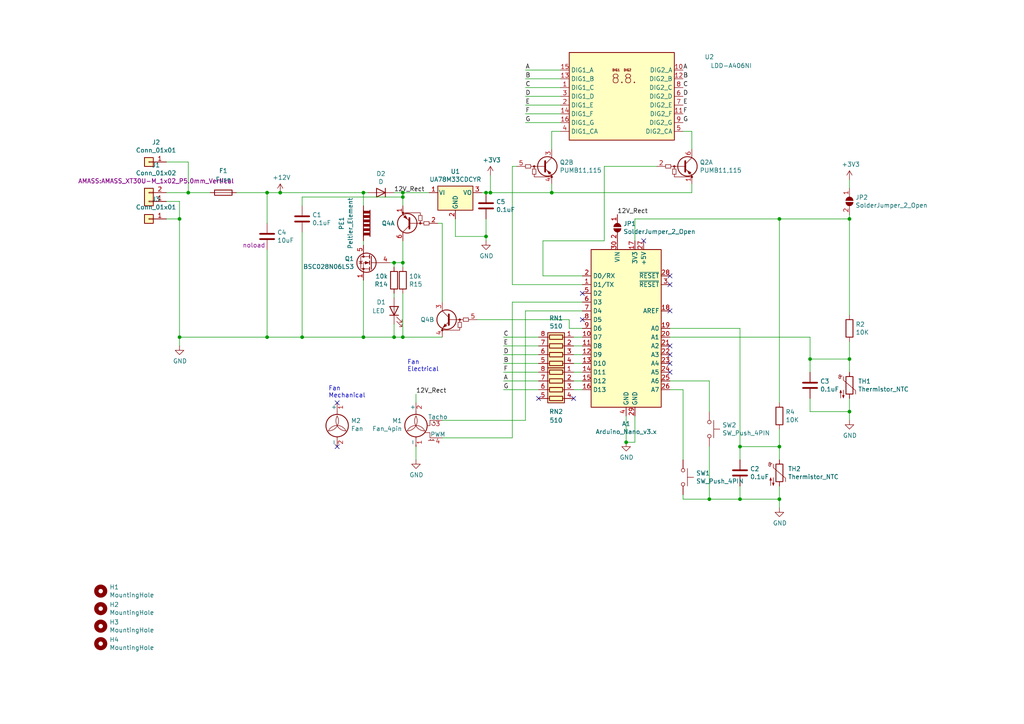
<source format=kicad_sch>
(kicad_sch (version 20211123) (generator eeschema)
  (paper "A4")
  (title_block (title "Hot Box") (date "2020-12-14") (rev "2") (company "Bench Wise "))
  (lib_symbols
    (symbol "1Evan:SW_Push_4PIN" (pin_numbers hide) (pin_names (offset 1.016) hide)
      (property "Reference" "SW" (at 1.27 2.54 0))
      (property "Value" "1Evan_SW_Push_4PIN" (at 0 -3.81 0))
      (symbol "SW_Push_4PIN_0_1"
        (circle (center -2.032 0) (radius 0.508))
        (polyline (pts (xy 0 1.27) (xy 0 3.048)))
        (polyline (pts (xy 2.54 1.27) (xy -2.54 1.27)))
        (circle (center 2.032 0) (radius 0.508))
        (pin passive line (at -5.08 0 0) (length 2.54) (name "1") (number "1"))
        (pin passive line (at 5.08 0 180) (length 2.54) (name "2") (number "2"))
      )
    )
    (symbol "Connector_Generic:Conn_01x01" (pin_names (offset 1.016) hide)
      (property "Reference" "J" (at 0 2.54 0))
      (property "Value" "Conn_01x01" (at 0 -2.54 0))
      (symbol "Conn_01x01_1_1"
        (rectangle (start -1.27 0.127) (end 0 -0.127) (stroke (width 0.1524)))
        (rectangle (start -1.27 1.27) (end 1.27 -1.27) (stroke (width 0.254)) (fill (type background)))
        (pin passive line (at -5.08 0 0) (length 3.81) (name "Pin_1") (number "1"))
      )
    )
    (symbol "Connector_Generic:Conn_01x02" (pin_names (offset 1.016) hide)
      (property "Reference" "J" (at 0 2.54 0))
      (property "Value" "Conn_01x02" (at 0 -5.08 0))
      (symbol "Conn_01x02_1_1"
        (rectangle (start -1.27 -2.413) (end 0 -2.667) (stroke (width 0.1524)))
        (rectangle (start -1.27 0.127) (end 0 -0.127) (stroke (width 0.1524)))
        (rectangle (start -1.27 1.27) (end 1.27 -3.81) (stroke (width 0.254)) (fill (type background)))
        (pin passive line (at -5.08 0 0) (length 3.81) (name "Pin_1") (number "1"))
        (pin passive line (at -5.08 -2.54 0) (length 3.81) (name "Pin_2") (number "2"))
      )
    )
    (symbol "Device:C" (pin_numbers hide) (pin_names (offset 0.254))
      (property "Reference" "C" (at 0.635 2.54 0))
      (property "Value" "C" (at 0.635 -2.54 0))
      (symbol "C_0_1"
        (polyline (pts (xy -2.032 -0.762) (xy 2.032 -0.762)) (stroke (width 0.508)))
        (polyline (pts (xy -2.032 0.762) (xy 2.032 0.762)) (stroke (width 0.508)))
      )
      (symbol "C_1_1"
        (pin passive line (at 0 3.81 270) (length 2.794) (name "~") (number "1"))
        (pin passive line (at 0 -3.81 90) (length 2.794) (name "~") (number "2"))
      )
    )
    (symbol "Device:D" (pin_numbers hide) (pin_names (offset 1.016) hide)
      (property "Reference" "D" (at 0 2.54 0))
      (property "Value" "D" (at 0 -2.54 0))
      (symbol "D_0_1"
        (polyline (pts (xy -1.27 1.27) (xy -1.27 -1.27)) (stroke (width 0.254)))
        (polyline (pts (xy 1.27 0) (xy -1.27 0)))
        (polyline (pts (xy 1.27 1.27) (xy 1.27 -1.27) (xy -1.27 0) (xy 1.27 1.27)) (stroke (width 0.254)))
      )
      (symbol "D_1_1"
        (pin passive line (at -3.81 0 0) (length 2.54) (name "K") (number "1"))
        (pin passive line (at 3.81 0 180) (length 2.54) (name "A") (number "2"))
      )
    )
    (symbol "Device:Fuse" (pin_numbers hide) (pin_names (offset 0))
      (property "Reference" "F" (at 2.032 0 90))
      (property "Value" "Fuse" (at -1.905 0 90))
      (symbol "Fuse_0_1"
        (rectangle (start -0.762 -2.54) (end 0.762 2.54) (stroke (width 0.254)))
        (polyline (pts (xy 0 2.54) (xy 0 -2.54)))
      )
      (symbol "Fuse_1_1"
        (pin passive line (at 0 3.81 270) (length 1.27) (name "~") (number "1"))
        (pin passive line (at 0 -3.81 90) (length 1.27) (name "~") (number "2"))
      )
    )
    (symbol "Device:LED" (pin_numbers hide) (pin_names (offset 1.016) hide)
      (property "Reference" "D" (at 0 2.54 0))
      (property "Value" "LED" (at 0 -2.54 0))
      (symbol "LED_0_1"
        (polyline (pts (xy -1.27 -1.27) (xy -1.27 1.27)) (stroke (width 0.254)))
        (polyline (pts (xy -1.27 0) (xy 1.27 0)))
        (polyline (pts (xy 1.27 -1.27) (xy 1.27 1.27) (xy -1.27 0) (xy 1.27 -1.27)) (stroke (width 0.254)))
        (polyline (pts (xy -3.048 -0.762) (xy -4.572 -2.286) (xy -3.81 -2.286) (xy -4.572 -2.286) (xy -4.572 -1.524)))
        (polyline (pts (xy -1.778 -0.762) (xy -3.302 -2.286) (xy -2.54 -2.286) (xy -3.302 -2.286) (xy -3.302 -1.524)))
      )
      (symbol "LED_1_1"
        (pin passive line (at -3.81 0 0) (length 2.54) (name "K") (number "1"))
        (pin passive line (at 3.81 0 180) (length 2.54) (name "A") (number "2"))
      )
    )
    (symbol "Device:Peltier_Element" (pin_numbers hide) (pin_names (offset 0))
      (property "Reference" "PE" (at 0 3.175 0))
      (property "Value" "Device_Peltier_Element" (at 0 -1.27 0))
      (symbol "Peltier_Element_0_1"
        (rectangle (start -3.556 1.905) (end -2.921 0) (fill (type outline)))
        (rectangle (start -2.286 1.905) (end -1.651 0) (fill (type outline)))
        (rectangle (start -0.381 1.905) (end -1.016 0) (fill (type outline)))
        (polyline (pts (xy -3.81 0) (xy 3.81 0)) (stroke (width 0.254)) (fill (type outline)))
        (polyline (pts (xy -3.81 1.905) (xy 3.81 1.905)) (stroke (width 0.254)))
        (rectangle (start 0.889 1.905) (end 0.254 0) (fill (type outline)))
        (rectangle (start 1.524 0) (end 2.159 1.905) (fill (type outline)))
        (rectangle (start 2.794 0) (end 3.429 1.905) (fill (type outline)))
      )
      (symbol "Peltier_Element_1_1"
        (pin passive line (at -5.08 0 0) (length 1.27) (name "~") (number "1"))
        (pin passive line (at 5.08 0 180) (length 1.27) (name "~") (number "2"))
      )
    )
    (symbol "Device:Q_DUAL_PNP_NPN_BRT_E1B1C2E2B2C1" (pin_names hide)
      (property "Reference" "Q" (at 3.81 1.27 0))
      (property "Value" "Device_Q_DUAL_PNP_NPN_BRT_E1B1C2E2B2C1" (at 3.81 -1.27 0))
      (symbol "Q_DUAL_PNP_NPN_BRT_E1B1C2E2B2C1_0_1"
        (rectangle (start -6.35 0.508) (end -4.826 -0.508))
        (rectangle (start -4.318 -2.286) (end -3.302 -0.762))
        (circle (center -3.81 0) (radius 0.254) (fill (type outline)))
        (polyline (pts (xy -3.81 -0.762) (xy -3.81 0)))
        (polyline (pts (xy -0.762 0) (xy -4.826 0)))
        (polyline (pts (xy -0.635 1.524) (xy -0.635 -1.524)) (stroke (width 0.508)))
        (polyline (pts (xy -3.81 -2.286) (xy -3.81 -3.048) (xy 1.27 -3.048)))
        (circle (center 1.27 -3.048) (radius 0.254) (fill (type outline)))
      )
      (symbol "Q_DUAL_PNP_NPN_BRT_E1B1C2E2B2C1_1_1"
        (polyline (pts (xy -0.635 0.635) (xy 1.27 2.54)))
        (polyline (pts (xy -0.635 -0.635) (xy 1.27 -2.54) (xy 1.27 -2.54)))
        (polyline (pts (xy 1.016 -1.778) (xy 0.508 -2.286) (xy 0 -1.27) (xy 1.016 -1.778) (xy 1.016 -1.778)) (fill (type outline)))
        (circle (center 0 0) (radius 2.8194) (stroke (width 0.254)))
        (pin passive line (at 1.27 -5.08 90) (length 2.54) (name "E1") (number "1"))
        (pin input line (at -8.89 0 0) (length 2.54) (name "B1") (number "2"))
        (pin passive line (at 1.27 5.08 270) (length 2.54) (name "C1") (number "6"))
      )
      (symbol "Q_DUAL_PNP_NPN_BRT_E1B1C2E2B2C1_2_1"
        (polyline (pts (xy -0.635 0.635) (xy 1.27 2.54)))
        (polyline (pts (xy -0.635 -0.635) (xy 1.27 -2.54) (xy 1.27 -2.54)))
        (polyline (pts (xy 0 -1.778) (xy 0.508 -1.27) (xy 1.016 -2.286) (xy 0 -1.778) (xy 0 -1.778)) (fill (type outline)))
        (circle (center 0 0) (radius 2.8194) (stroke (width 0.254)))
        (pin passive line (at 1.27 5.08 270) (length 2.54) (name "C1") (number "3"))
        (pin passive line (at 1.27 -5.08 90) (length 2.54) (name "E1") (number "4"))
        (pin input line (at -8.89 0 0) (length 2.54) (name "B1") (number "5"))
      )
    )
    (symbol "Device:Q_DUAL_PNP_PNP_BRT_E1B1C2E2B2C1" (pin_names hide)
      (property "Reference" "Q" (at 3.81 1.27 0))
      (property "Value" "Device_Q_DUAL_PNP_PNP_BRT_E1B1C2E2B2C1" (at 3.81 -1.27 0))
      (symbol "Q_DUAL_PNP_PNP_BRT_E1B1C2E2B2C1_0_1"
        (rectangle (start -6.35 0.508) (end -4.826 -0.508))
        (rectangle (start -4.318 -2.286) (end -3.302 -0.762))
        (circle (center -3.81 0) (radius 0.254) (fill (type outline)))
        (polyline (pts (xy -3.81 -0.762) (xy -3.81 0)))
        (polyline (pts (xy -0.762 0) (xy -4.826 0)))
        (polyline (pts (xy -0.635 1.524) (xy -0.635 -1.524)) (stroke (width 0.508)))
        (polyline (pts (xy -3.81 -2.286) (xy -3.81 -3.048) (xy 1.27 -3.048)))
        (polyline (pts (xy 1.016 -1.778) (xy 0.508 -2.286) (xy 0 -1.27) (xy 1.016 -1.778) (xy 1.016 -1.778)) (fill (type outline)))
        (circle (center 1.27 -3.048) (radius 0.254) (fill (type outline)))
      )
      (symbol "Q_DUAL_PNP_PNP_BRT_E1B1C2E2B2C1_1_1"
        (polyline (pts (xy -0.635 0.635) (xy 1.27 2.54)))
        (polyline (pts (xy -0.635 -0.635) (xy 1.27 -2.54) (xy 1.27 -2.54)))
        (circle (center 0 0) (radius 2.8194) (stroke (width 0.254)))
        (pin passive line (at 1.27 -5.08 90) (length 2.54) (name "E1") (number "1"))
        (pin input line (at -8.89 0 0) (length 2.54) (name "B1") (number "2"))
        (pin passive line (at 1.27 5.08 270) (length 2.54) (name "C1") (number "6"))
      )
      (symbol "Q_DUAL_PNP_PNP_BRT_E1B1C2E2B2C1_2_1"
        (polyline (pts (xy -0.635 0.635) (xy 1.27 2.54)))
        (polyline (pts (xy -0.635 -0.635) (xy 1.27 -2.54) (xy 1.27 -2.54)))
        (circle (center 0 0) (radius 2.8194) (stroke (width 0.254)))
        (pin passive line (at 1.27 5.08 270) (length 2.54) (name "C2") (number "3"))
        (pin passive line (at 1.27 -5.08 90) (length 2.54) (name "E2") (number "4"))
        (pin input line (at -8.89 0 0) (length 2.54) (name "B2") (number "5"))
      )
    )
    (symbol "Device:R" (pin_numbers hide) (pin_names (offset 0))
      (property "Reference" "R" (at 2.032 0 90))
      (property "Value" "R" (at 0 0 90))
      (symbol "R_0_1"
        (rectangle (start -1.016 -2.54) (end 1.016 2.54) (stroke (width 0.254)))
      )
      (symbol "R_1_1"
        (pin passive line (at 0 3.81 270) (length 1.27) (name "~") (number "1"))
        (pin passive line (at 0 -3.81 90) (length 1.27) (name "~") (number "2"))
      )
    )
    (symbol "Device:R_Pack04" (pin_names (offset 0) hide)
      (property "Reference" "RN" (at -7.62 0 90))
      (property "Value" "R_Pack04" (at 5.08 0 90))
      (symbol "R_Pack04_0_1"
        (rectangle (start -6.35 -2.413) (end 3.81 2.413) (stroke (width 0.254)) (fill (type background)))
        (rectangle (start -5.715 1.905) (end -4.445 -1.905) (stroke (width 0.254)))
        (rectangle (start -3.175 1.905) (end -1.905 -1.905) (stroke (width 0.254)))
        (rectangle (start -0.635 1.905) (end 0.635 -1.905) (stroke (width 0.254)))
        (polyline (pts (xy -5.08 -2.54) (xy -5.08 -1.905)))
        (polyline (pts (xy -5.08 1.905) (xy -5.08 2.54)))
        (polyline (pts (xy -2.54 -2.54) (xy -2.54 -1.905)))
        (polyline (pts (xy -2.54 1.905) (xy -2.54 2.54)))
        (polyline (pts (xy 0 -2.54) (xy 0 -1.905)))
        (polyline (pts (xy 0 1.905) (xy 0 2.54)))
        (polyline (pts (xy 2.54 -2.54) (xy 2.54 -1.905)))
        (polyline (pts (xy 2.54 1.905) (xy 2.54 2.54)))
        (rectangle (start 1.905 1.905) (end 3.175 -1.905) (stroke (width 0.254)))
      )
      (symbol "R_Pack04_1_1"
        (pin passive line (at -5.08 -5.08 90) (length 2.54) (name "R1.1") (number "1"))
        (pin passive line (at -2.54 -5.08 90) (length 2.54) (name "R2.1") (number "2"))
        (pin passive line (at 0 -5.08 90) (length 2.54) (name "R3.1") (number "3"))
        (pin passive line (at 2.54 -5.08 90) (length 2.54) (name "R4.1") (number "4"))
        (pin passive line (at 2.54 5.08 270) (length 2.54) (name "R4.2") (number "5"))
        (pin passive line (at 0 5.08 270) (length 2.54) (name "R3.2") (number "6"))
        (pin passive line (at -2.54 5.08 270) (length 2.54) (name "R2.2") (number "7"))
        (pin passive line (at -5.08 5.08 270) (length 2.54) (name "R1.2") (number "8"))
      )
    )
    (symbol "Device:Thermistor_NTC" (pin_numbers hide) (pin_names (offset 0))
      (property "Reference" "TH" (at -4.445 0 90))
      (property "Value" "Thermistor_NTC" (at 3.175 0 90))
      (symbol "Thermistor_NTC_0_1"
        (arc (start -3.048 2.159) (mid -3.0505 2.3165) (end -3.175 2.413))
        (arc (start -3.048 2.159) (mid -2.9736 1.9794) (end -2.794 1.905))
        (arc (start -3.048 2.794) (mid -2.9736 2.6144) (end -2.794 2.54))
        (arc (start -2.794 1.905) (mid -2.6144 1.9794) (end -2.54 2.159))
        (arc (start -2.794 2.54) (mid -2.434 2.5608) (end -2.159 2.794))
        (arc (start -2.794 3.048) (mid -2.9736 2.9736) (end -3.048 2.794))
        (arc (start -2.54 2.794) (mid -2.6144 2.9736) (end -2.794 3.048))
        (rectangle (start -1.016 2.54) (end 1.016 -2.54) (stroke (width 0.254)))
        (polyline (pts (xy -2.54 2.159) (xy -2.54 2.794)))
        (polyline (pts (xy -1.778 2.54) (xy -1.778 1.524) (xy 1.778 -1.524) (xy 1.778 -2.54)))
        (polyline (pts (xy -2.54 -3.683) (xy -2.54 -1.397) (xy -2.794 -2.159) (xy -2.286 -2.159) (xy -2.54 -1.397) (xy -2.54 -1.651)) (fill (type outline)))
        (polyline (pts (xy -1.778 -1.397) (xy -1.778 -3.683) (xy -2.032 -2.921) (xy -1.524 -2.921) (xy -1.778 -3.683) (xy -1.778 -3.429)) (fill (type outline)))
      )
      (symbol "Thermistor_NTC_1_1"
        (pin passive line (at 0 3.81 270) (length 1.27) (name "~") (number "1"))
        (pin passive line (at 0 -3.81 90) (length 1.27) (name "~") (number "2"))
      )
    )
    (symbol "Display_Character:DA04-11CGKWA"
      (property "Reference" "U" (at -13.97 13.97 0))
      (property "Value" "DA04-11CGKWA" (at 15.24 13.97 0))
      (symbol "DA04-11CGKWA_0_0"
        (text "8.8." (at 0.635 5.08 0) (effects (font (size 2.54 2.54))))
        (text "DIG1" (at -1.651 7.62 0) (effects (font (size 0.635 0.635))))
        (text "DIG2" (at 1.651 7.62 0) (effects (font (size 0.635 0.635))))
      )
      (symbol "DA04-11CGKWA_0_1"
        (rectangle (start -15.24 12.7) (end 15.24 -12.7) (stroke (width 0.254)) (fill (type background)))
      )
      (symbol "DA04-11CGKWA_1_1"
        (pin input line (at -17.78 2.54 0) (length 2.54) (name "DIG1_C") (number "1"))
        (pin input line (at 17.78 7.62 180) (length 2.54) (name "DIG2_A") (number "10"))
        (pin input line (at 17.78 -5.08 180) (length 2.54) (name "DIG2_F") (number "11"))
        (pin input line (at 17.78 5.08 180) (length 2.54) (name "DIG2_B") (number "12"))
        (pin input line (at -17.78 5.08 0) (length 2.54) (name "DIG1_B") (number "13"))
        (pin input line (at -17.78 -5.08 0) (length 2.54) (name "DIG1_F") (number "14"))
        (pin input line (at -17.78 7.62 0) (length 2.54) (name "DIG1_A") (number "15"))
        (pin input line (at -17.78 -7.62 0) (length 2.54) (name "DIG1_G") (number "16"))
        (pin input line (at -17.78 -2.54 0) (length 2.54) (name "DIG1_E") (number "2"))
        (pin input line (at -17.78 0 0) (length 2.54) (name "DIG1_D") (number "3"))
        (pin input line (at -17.78 -10.16 0) (length 2.54) (name "DIG1_CA") (number "4"))
        (pin input line (at 17.78 -10.16 180) (length 2.54) (name "DIG2_CA") (number "5"))
        (pin input line (at 17.78 0 180) (length 2.54) (name "DIG2_D") (number "6"))
        (pin input line (at 17.78 -2.54 180) (length 2.54) (name "DIG2_E") (number "7"))
        (pin input line (at 17.78 2.54 180) (length 2.54) (name "DIG2_C") (number "8"))
        (pin input line (at 17.78 -7.62 180) (length 2.54) (name "DIG2_G") (number "9"))
      )
    )
    (symbol "Jumper:SolderJumper_2_Open" (pin_names (offset 0) hide)
      (property "Reference" "JP" (at 0 2.032 0))
      (property "Value" "SolderJumper_2_Open" (at 0 -2.54 0))
      (symbol "SolderJumper_2_Open_0_1"
        (arc (start -0.254 1.016) (mid -1.27 0) (end -0.254 -1.016))
        (arc (start -0.254 1.016) (mid -1.27 0) (end -0.254 -1.016) (fill (type outline)))
        (polyline (pts (xy -0.254 1.016) (xy -0.254 -1.016)))
        (polyline (pts (xy 0.254 1.016) (xy 0.254 -1.016)))
        (arc (start 0.254 -1.016) (mid 1.27 0) (end 0.254 1.016))
        (arc (start 0.254 -1.016) (mid 1.27 0) (end 0.254 1.016) (fill (type outline)))
      )
      (symbol "SolderJumper_2_Open_1_1"
        (pin passive line (at -3.81 0 0) (length 2.54) (name "A") (number "1"))
        (pin passive line (at 3.81 0 180) (length 2.54) (name "B") (number "2"))
      )
    )
    (symbol "MCU_Module:Arduino_Nano_v3.x"
      (property "Reference" "A" (at -10.16 23.495 0))
      (property "Value" "Arduino_Nano_v3.x" (at 5.08 -24.13 0))
      (symbol "Arduino_Nano_v3.x_0_1"
        (rectangle (start -10.16 22.86) (end 10.16 -22.86) (stroke (width 0.254)) (fill (type background)))
      )
      (symbol "Arduino_Nano_v3.x_1_1"
        (pin bidirectional line (at -12.7 12.7 0) (length 2.54) (name "D1/TX") (number "1"))
        (pin bidirectional line (at -12.7 -2.54 0) (length 2.54) (name "D7") (number "10"))
        (pin bidirectional line (at -12.7 -5.08 0) (length 2.54) (name "D8") (number "11"))
        (pin bidirectional line (at -12.7 -7.62 0) (length 2.54) (name "D9") (number "12"))
        (pin bidirectional line (at -12.7 -10.16 0) (length 2.54) (name "D10") (number "13"))
        (pin bidirectional line (at -12.7 -12.7 0) (length 2.54) (name "D11") (number "14"))
        (pin bidirectional line (at -12.7 -15.24 0) (length 2.54) (name "D12") (number "15"))
        (pin bidirectional line (at -12.7 -17.78 0) (length 2.54) (name "D13") (number "16"))
        (pin power_out line (at 2.54 25.4 270) (length 2.54) (name "3V3") (number "17"))
        (pin input line (at 12.7 5.08 180) (length 2.54) (name "AREF") (number "18"))
        (pin bidirectional line (at 12.7 0 180) (length 2.54) (name "A0") (number "19"))
        (pin bidirectional line (at -12.7 15.24 0) (length 2.54) (name "D0/RX") (number "2"))
        (pin bidirectional line (at 12.7 -2.54 180) (length 2.54) (name "A1") (number "20"))
        (pin bidirectional line (at 12.7 -5.08 180) (length 2.54) (name "A2") (number "21"))
        (pin bidirectional line (at 12.7 -7.62 180) (length 2.54) (name "A3") (number "22"))
        (pin bidirectional line (at 12.7 -10.16 180) (length 2.54) (name "A4") (number "23"))
        (pin bidirectional line (at 12.7 -12.7 180) (length 2.54) (name "A5") (number "24"))
        (pin bidirectional line (at 12.7 -15.24 180) (length 2.54) (name "A6") (number "25"))
        (pin bidirectional line (at 12.7 -17.78 180) (length 2.54) (name "A7") (number "26"))
        (pin power_out line (at 5.08 25.4 270) (length 2.54) (name "+5V") (number "27"))
        (pin input line (at 12.7 15.24 180) (length 2.54) (name "~{RESET}") (number "28"))
        (pin power_in line (at 2.54 -25.4 90) (length 2.54) (name "GND") (number "29"))
        (pin input line (at 12.7 12.7 180) (length 2.54) (name "~{RESET}") (number "3"))
        (pin power_in line (at -2.54 25.4 270) (length 2.54) (name "VIN") (number "30"))
        (pin power_in line (at 0 -25.4 90) (length 2.54) (name "GND") (number "4"))
        (pin bidirectional line (at -12.7 10.16 0) (length 2.54) (name "D2") (number "5"))
        (pin bidirectional line (at -12.7 7.62 0) (length 2.54) (name "D3") (number "6"))
        (pin bidirectional line (at -12.7 5.08 0) (length 2.54) (name "D4") (number "7"))
        (pin bidirectional line (at -12.7 2.54 0) (length 2.54) (name "D5") (number "8"))
        (pin bidirectional line (at -12.7 0 0) (length 2.54) (name "D6") (number "9"))
      )
    )
    (symbol "Mechanical:MountingHole" (pin_names (offset 1.016))
      (property "Reference" "H" (at 0 5.08 0))
      (property "Value" "MountingHole" (at 0 3.175 0))
      (symbol "MountingHole_0_1"
        (circle (center 0 0) (radius 1.27) (stroke (width 1.27)))
      )
    )
    (symbol "Motor:Fan" (pin_names (offset 0))
      (property "Reference" "M" (at 2.54 5.08 0))
      (property "Value" "Fan" (at 2.54 -2.54 0))
      (symbol "Fan_0_1"
        (arc (start -2.54 -0.508) (mid -0.0014 0.9048) (end 0 3.81))
        (polyline (pts (xy 0 -5.08) (xy 0 -4.572)))
        (polyline (pts (xy 0 -2.2352) (xy 0 -2.6416)))
        (polyline (pts (xy 0 4.2672) (xy 0 4.6228)))
        (polyline (pts (xy 0 4.572) (xy 0 5.08)))
        (circle (center 0 1.016) (radius 3.2512) (stroke (width 0.254)))
        (arc (start 0 3.81) (mid 0.0468 0.9314) (end 2.54 -0.508))
        (arc (start 2.54 -0.508) (mid 0 1.0618) (end -2.54 -0.508))
      )
      (symbol "Fan_1_1"
        (pin passive line (at 0 7.62 270) (length 2.54) (name "+") (number "1"))
        (pin passive line (at 0 -5.08 90) (length 2.54) (name "-") (number "2"))
      )
    )
    (symbol "Motor:Fan_4pin" (pin_names (offset 0))
      (property "Reference" "M" (at 2.54 5.08 0))
      (property "Value" "Fan_4pin" (at 2.54 -2.54 0))
      (symbol "Fan_4pin_0_0"
        (arc (start -5.588 1.524) (mid -5.08 1.016) (end -4.572 1.524))
        (arc (start -5.08 2.032) (mid -5.4392 1.8832) (end -5.588 1.524))
        (polyline (pts (xy -5.08 2.032) (xy -5.334 2.159)))
        (polyline (pts (xy -5.08 2.032) (xy -5.207 1.778)))
        (polyline (pts (xy -4.064 2.54) (xy -4.064 1.016) (xy -3.302 1.016)))
      )
      (symbol "Fan_4pin_0_1"
        (arc (start -2.54 -0.508) (mid -0.0014 0.9048) (end 0 3.81))
        (polyline (pts (xy -4.064 2.54) (xy -5.08 2.54)))
        (polyline (pts (xy 0 -5.08) (xy 0 -4.572)))
        (polyline (pts (xy 0 -2.2352) (xy 0 -2.6416)))
        (polyline (pts (xy 0 4.2672) (xy 0 4.6228)))
        (polyline (pts (xy 0 4.572) (xy 0 5.08)))
        (polyline (pts (xy -2.54 -1.016) (xy -4.064 -1.016) (xy -4.064 -2.54) (xy -5.08 -2.54)))
        (polyline (pts (xy -5.334 -3.302) (xy -5.08 -3.302) (xy -5.08 -3.048) (xy -4.826 -3.048) (xy -4.826 -3.302) (xy -4.318 -3.302) (xy -4.318 -3.048) (xy -4.064 -3.048) (xy -4.064 -3.302) (xy -3.556 -3.302)))
        (circle (center 0 1.016) (radius 3.2512) (stroke (width 0.254)))
        (arc (start 0 3.81) (mid 0.0468 0.9314) (end 2.54 -0.508))
        (arc (start 2.54 -0.508) (mid 0 1.0618) (end -2.54 -0.508))
      )
      (symbol "Fan_4pin_1_1"
        (pin passive line (at 0 -5.08 90) (length 2.54) (name "-") (number "1"))
        (pin passive line (at 0 7.62 270) (length 2.54) (name "+") (number "2"))
        (pin passive line (at -7.62 2.54 0) (length 2.54) (name "Tacho") (number "3"))
        (pin input line (at -7.62 -2.54 0) (length 2.54) (name "PWM") (number "4"))
      )
    )
    (symbol "Regulator_Linear:LT1129-3.3_SOT223" (pin_names (offset 0.254))
      (property "Reference" "U" (at -3.81 3.175 0))
      (property "Value" "LT1129-3.3_SOT223" (at 0 3.175 0))
      (symbol "LT1129-3.3_SOT223_0_1"
        (rectangle (start -5.08 -5.08) (end 5.08 1.905) (stroke (width 0.254)) (fill (type background)))
      )
      (symbol "LT1129-3.3_SOT223_1_1"
        (pin power_in line (at -7.62 0 0) (length 2.54) (name "VI") (number "1"))
        (pin power_in line (at 0 -7.62 90) (length 2.54) (name "GND") (number "2"))
        (pin power_out line (at 7.62 0 180) (length 2.54) (name "VO") (number "3"))
      )
    )
    (symbol "Transistor_FET:BSC028N06LS3" (pin_names hide)
      (property "Reference" "Q" (at 5.08 1.905 0))
      (property "Value" "BSC028N06LS3" (at 5.08 0 0))
      (symbol "BSC028N06LS3_0_1"
        (polyline (pts (xy 0.254 0) (xy -2.54 0)))
        (polyline (pts (xy 0.254 1.905) (xy 0.254 -1.905)) (stroke (width 0.254)))
        (polyline (pts (xy 0.762 -1.27) (xy 0.762 -2.286)) (stroke (width 0.254)))
        (polyline (pts (xy 0.762 0.508) (xy 0.762 -0.508)) (stroke (width 0.254)))
        (polyline (pts (xy 0.762 2.286) (xy 0.762 1.27)) (stroke (width 0.254)))
        (polyline (pts (xy 2.54 2.54) (xy 2.54 1.778)))
        (polyline (pts (xy 2.54 -2.54) (xy 2.54 0) (xy 0.762 0)))
        (polyline (pts (xy 0.762 -1.778) (xy 3.302 -1.778) (xy 3.302 1.778) (xy 0.762 1.778)))
        (polyline (pts (xy 1.016 0) (xy 2.032 0.381) (xy 2.032 -0.381) (xy 1.016 0)) (fill (type outline)))
        (polyline (pts (xy 2.794 0.508) (xy 2.921 0.381) (xy 3.683 0.381) (xy 3.81 0.254)))
        (polyline (pts (xy 3.302 0.381) (xy 2.921 -0.254) (xy 3.683 -0.254) (xy 3.302 0.381)))
        (circle (center 1.651 0) (radius 2.794) (stroke (width 0.254)))
        (circle (center 2.54 -1.778) (radius 0.254) (fill (type outline)))
        (circle (center 2.54 1.778) (radius 0.254) (fill (type outline)))
      )
      (symbol "BSC028N06LS3_1_1"
        (pin passive line (at 2.54 -5.08 90) (length 2.54) (name "S") (number "1"))
        (pin passive line (at 2.54 -5.08 90) (length 2.54) hide (name "S") (number "2"))
        (pin passive line (at 2.54 -5.08 90) (length 2.54) hide (name "S") (number "3"))
        (pin passive line (at -5.08 0 0) (length 2.54) (name "G") (number "4"))
        (pin passive line (at 2.54 5.08 270) (length 2.54) (name "D") (number "5"))
      )
    )
    (symbol "power:+12V" (power) (pin_names (offset 0))
      (property "Value" "+12V" (at 0 3.556 0))
      (symbol "+12V_0_1"
        (polyline (pts (xy -0.762 1.27) (xy 0 2.54)))
        (polyline (pts (xy 0 0) (xy 0 2.54)))
        (polyline (pts (xy 0 2.54) (xy 0.762 1.27)))
      )
      (symbol "+12V_1_1"
        (pin power_in line (at 0 0 90) (length 0) hide (name "+12V") (number "1"))
      )
    )
    (symbol "power:+3.3V" (power) (pin_names (offset 0))
      (property "Value" "+3.3V" (at 0 3.556 0))
      (symbol "+3.3V_0_1"
        (polyline (pts (xy -0.762 1.27) (xy 0 2.54)))
        (polyline (pts (xy 0 0) (xy 0 2.54)))
        (polyline (pts (xy 0 2.54) (xy 0.762 1.27)))
      )
      (symbol "+3.3V_1_1"
        (pin power_in line (at 0 0 90) (length 0) hide (name "+3V3") (number "1"))
      )
    )
    (symbol "power:GND" (power) (pin_names (offset 0))
      (property "Value" "GND" (at 0 -3.81 0))
      (symbol "GND_0_1"
        (polyline (pts (xy 0 0) (xy 0 -1.27) (xy 1.27 -1.27) (xy 0 -2.54) (xy -1.27 -1.27) (xy 0 -1.27)))
      )
      (symbol "GND_1_1"
        (pin power_in line (at 0 0 270) (length 0) hide (name "GND") (number "1"))
      )
    )
  )
  (junction (at 226.06 63.5))
  (junction (at 52.07 97.79))
  (junction (at 214.63 129.54))
  (junction (at 116.84 57.15))
  (junction (at 140.97 55.88))
  (junction (at 140.97 68.58))
  (junction (at 114.3 97.79))
  (junction (at 87.63 97.79))
  (junction (at 77.47 55.88))
  (junction (at 234.95 104.14))
  (junction (at 105.41 55.88))
  (junction (at 81.28 55.88))
  (junction (at 214.63 144.78))
  (junction (at 116.84 55.88))
  (junction (at 116.84 97.79))
  (junction (at 116.84 76.2))
  (junction (at 142.24 55.88))
  (junction (at 205.74 144.78))
  (junction (at 246.38 63.5))
  (junction (at 54.61 55.88))
  (junction (at 246.38 119.38))
  (junction (at 52.07 63.5))
  (junction (at 105.41 97.79))
  (junction (at 226.06 144.78))
  (junction (at 246.38 104.14))
  (junction (at 181.61 128.27))
  (junction (at 160.02 55.88))
  (junction (at 77.47 97.79))
  (junction (at 114.3 76.2))
  (junction (at 226.06 129.54))
  (no_connect (at 168.91 92.71))
  (no_connect (at 97.79 129.54))
  (no_connect (at 194.31 80.01))
  (no_connect (at 97.79 116.84))
  (no_connect (at 194.31 107.95))
  (no_connect (at 166.37 115.57))
  (no_connect (at 156.21 115.57))
  (no_connect (at 194.31 105.41))
  (no_connect (at 194.31 82.55))
  (no_connect (at 194.31 100.33))
  (no_connect (at 194.31 90.17))
  (no_connect (at 168.91 85.09))
  (no_connect (at 186.69 69.85))
  (no_connect (at 194.31 102.87))
  (wire (pts (xy 246.38 119.38) (xy 234.95 119.38)))
  (wire (pts (xy 246.38 52.07) (xy 246.38 54.61)))
  (wire (pts (xy 132.08 68.58) (xy 140.97 68.58)))
  (wire (pts (xy 52.07 58.42) (xy 48.26 58.42)))
  (wire (pts (xy 105.41 97.79) (xy 114.3 97.79)))
  (wire (pts (xy 160.02 55.88) (xy 200.66 55.88)))
  (wire (pts (xy 132.08 63.5) (xy 132.08 68.58)))
  (wire (pts (xy 148.59 48.26) (xy 148.59 82.55)))
  (wire (pts (xy 205.74 110.49) (xy 205.74 119.38)))
  (wire (pts (xy 194.31 110.49) (xy 205.74 110.49)))
  (wire (pts (xy 48.26 63.5) (xy 52.07 63.5)))
  (wire (pts (xy 226.06 124.46) (xy 226.06 129.54)))
  (wire (pts (xy 114.3 86.36) (xy 114.3 85.09)))
  (wire (pts (xy 214.63 144.78) (xy 214.63 140.97)))
  (wire (pts (xy 234.95 104.14) (xy 246.38 104.14)))
  (wire (pts (xy 116.84 76.2) (xy 114.3 76.2)))
  (wire (pts (xy 54.61 46.99) (xy 54.61 55.88)))
  (wire (pts (xy 184.15 63.5) (xy 226.06 63.5)))
  (wire (pts (xy 77.47 55.88) (xy 77.47 64.77)))
  (wire (pts (xy 87.63 57.15) (xy 116.84 57.15)))
  (wire (pts (xy 52.07 63.5) (xy 52.07 58.42)))
  (wire (pts (xy 226.06 129.54) (xy 226.06 133.35)))
  (wire (pts (xy 128.27 87.63) (xy 128.27 64.77)))
  (wire (pts (xy 162.56 30.48) (xy 152.4 30.48)))
  (wire (pts (xy 157.48 69.85) (xy 175.26 69.85)))
  (wire (pts (xy 128.27 127) (xy 148.59 127)))
  (wire (pts (xy 116.84 97.79) (xy 114.3 97.79)))
  (wire (pts (xy 162.56 27.94) (xy 152.4 27.94)))
  (wire (pts (xy 116.84 69.85) (xy 116.84 76.2)))
  (wire (pts (xy 226.06 144.78) (xy 214.63 144.78)))
  (wire (pts (xy 214.63 144.78) (xy 205.74 144.78)))
  (wire (pts (xy 148.59 87.63) (xy 168.91 87.63)))
  (wire (pts (xy 165.1 95.25) (xy 165.1 92.71)))
  (wire (pts (xy 162.56 35.56) (xy 152.4 35.56)))
  (wire (pts (xy 194.31 97.79) (xy 234.95 97.79)))
  (wire (pts (xy 175.26 48.26) (xy 190.5 48.26)))
  (wire (pts (xy 148.59 127) (xy 148.59 87.63)))
  (wire (pts (xy 246.38 62.23) (xy 246.38 63.5)))
  (wire (pts (xy 54.61 55.88) (xy 60.96 55.88)))
  (wire (pts (xy 162.56 33.02) (xy 152.4 33.02)))
  (wire (pts (xy 205.74 144.78) (xy 198.12 144.78)))
  (wire (pts (xy 128.27 64.77) (xy 127 64.77)))
  (wire (pts (xy 198.12 144.78) (xy 198.12 143.51)))
  (wire (pts (xy 140.97 55.88) (xy 142.24 55.88)))
  (wire (pts (xy 87.63 97.79) (xy 105.41 97.79)))
  (wire (pts (xy 48.26 46.99) (xy 54.61 46.99)))
  (wire (pts (xy 200.66 38.1) (xy 200.66 43.18)))
  (wire (pts (xy 200.66 53.34) (xy 200.66 55.88)))
  (wire (pts (xy 105.41 55.88) (xy 106.68 55.88)))
  (wire (pts (xy 68.58 55.88) (xy 77.47 55.88)))
  (wire (pts (xy 166.37 100.33) (xy 168.91 100.33)))
  (wire (pts (xy 156.21 97.79) (xy 146.05 97.79)))
  (wire (pts (xy 81.28 55.88) (xy 105.41 55.88)))
  (wire (pts (xy 116.84 77.47) (xy 116.84 76.2)))
  (wire (pts (xy 77.47 72.39) (xy 77.47 97.79)))
  (wire (pts (xy 156.21 100.33) (xy 146.05 100.33)))
  (wire (pts (xy 214.63 95.25) (xy 214.63 129.54)))
  (wire (pts (xy 156.21 102.87) (xy 146.05 102.87)))
  (wire (pts (xy 226.06 147.32) (xy 226.06 144.78)))
  (wire (pts (xy 168.91 95.25) (xy 165.1 95.25)))
  (wire (pts (xy 140.97 68.58) (xy 140.97 63.5)))
  (wire (pts (xy 114.3 55.88) (xy 116.84 55.88)))
  (wire (pts (xy 116.84 97.79) (xy 128.27 97.79)))
  (wire (pts (xy 214.63 133.35) (xy 214.63 129.54)))
  (wire (pts (xy 246.38 104.14) (xy 246.38 107.95)))
  (wire (pts (xy 156.21 110.49) (xy 146.05 110.49)))
  (wire (pts (xy 168.91 107.95) (xy 166.37 107.95)))
  (wire (pts (xy 160.02 38.1) (xy 160.02 43.18)))
  (wire (pts (xy 77.47 55.88) (xy 81.28 55.88)))
  (wire (pts (xy 194.31 95.25) (xy 214.63 95.25)))
  (wire (pts (xy 246.38 99.06) (xy 246.38 104.14)))
  (wire (pts (xy 52.07 97.79) (xy 52.07 63.5)))
  (wire (pts (xy 234.95 107.95) (xy 234.95 104.14)))
  (wire (pts (xy 205.74 129.54) (xy 205.74 144.78)))
  (wire (pts (xy 198.12 38.1) (xy 200.66 38.1)))
  (wire (pts (xy 157.48 80.01) (xy 157.48 69.85)))
  (wire (pts (xy 181.61 128.27) (xy 181.61 120.65)))
  (wire (pts (xy 77.47 97.79) (xy 52.07 97.79)))
  (wire (pts (xy 246.38 63.5) (xy 246.38 91.44)))
  (wire (pts (xy 114.3 97.79) (xy 114.3 93.98)))
  (wire (pts (xy 105.41 69.85) (xy 105.41 71.12)))
  (wire (pts (xy 105.41 55.88) (xy 105.41 59.69)))
  (wire (pts (xy 156.21 107.95) (xy 146.05 107.95)))
  (wire (pts (xy 87.63 59.69) (xy 87.63 57.15)))
  (wire (pts (xy 226.06 144.78) (xy 226.06 140.97)))
  (wire (pts (xy 124.46 55.88) (xy 116.84 55.88)))
  (wire (pts (xy 114.3 77.47) (xy 114.3 76.2)))
  (wire (pts (xy 246.38 119.38) (xy 246.38 115.57)))
  (wire (pts (xy 140.97 68.58) (xy 140.97 69.85)))
  (wire (pts (xy 184.15 128.27) (xy 184.15 120.65)))
  (wire (pts (xy 184.15 69.85) (xy 184.15 63.5)))
  (wire (pts (xy 168.91 102.87) (xy 166.37 102.87)))
  (wire (pts (xy 116.84 55.88) (xy 116.84 57.15)))
  (wire (pts (xy 214.63 129.54) (xy 226.06 129.54)))
  (wire (pts (xy 152.4 90.17) (xy 152.4 121.92)))
  (wire (pts (xy 181.61 128.27) (xy 184.15 128.27)))
  (wire (pts (xy 168.91 113.03) (xy 166.37 113.03)))
  (wire (pts (xy 165.1 92.71) (xy 138.43 92.71)))
  (wire (pts (xy 162.56 20.32) (xy 152.4 20.32)))
  (wire (pts (xy 168.91 90.17) (xy 152.4 90.17)))
  (wire (pts (xy 166.37 105.41) (xy 168.91 105.41)))
  (wire (pts (xy 234.95 104.14) (xy 234.95 97.79)))
  (wire (pts (xy 160.02 53.34) (xy 160.02 55.88)))
  (wire (pts (xy 162.56 38.1) (xy 160.02 38.1)))
  (wire (pts (xy 246.38 121.92) (xy 246.38 119.38)))
  (wire (pts (xy 77.47 97.79) (xy 87.63 97.79)))
  (wire (pts (xy 198.12 113.03) (xy 198.12 133.35)))
  (wire (pts (xy 175.26 48.26) (xy 175.26 69.85)))
  (wire (pts (xy 52.07 100.33) (xy 52.07 97.79)))
  (wire (pts (xy 142.24 50.8) (xy 142.24 55.88)))
  (wire (pts (xy 120.65 133.35) (xy 120.65 129.54)))
  (wire (pts (xy 142.24 55.88) (xy 160.02 55.88)))
  (wire (pts (xy 162.56 22.86) (xy 152.4 22.86)))
  (wire (pts (xy 105.41 81.28) (xy 105.41 97.79)))
  (wire (pts (xy 116.84 57.15) (xy 116.84 59.69)))
  (wire (pts (xy 157.48 80.01) (xy 168.91 80.01)))
  (wire (pts (xy 226.06 116.84) (xy 226.06 63.5)))
  (wire (pts (xy 87.63 67.31) (xy 87.63 97.79)))
  (wire (pts (xy 116.84 85.09) (xy 116.84 97.79)))
  (wire (pts (xy 162.56 25.4) (xy 152.4 25.4)))
  (wire (pts (xy 166.37 110.49) (xy 168.91 110.49)))
  (wire (pts (xy 152.4 121.92) (xy 128.27 121.92)))
  (wire (pts (xy 114.3 76.2) (xy 113.03 76.2)))
  (wire (pts (xy 148.59 48.26) (xy 149.86 48.26)))
  (wire (pts (xy 226.06 63.5) (xy 246.38 63.5)))
  (wire (pts (xy 234.95 119.38) (xy 234.95 115.57)))
  (wire (pts (xy 156.21 113.03) (xy 146.05 113.03)))
  (wire (pts (xy 148.59 82.55) (xy 168.91 82.55)))
  (wire (pts (xy 139.7 55.88) (xy 140.97 55.88)))
  (wire (pts (xy 48.26 55.88) (xy 54.61 55.88)))
  (wire (pts (xy 156.21 105.41) (xy 146.05 105.41)))
  (wire (pts (xy 168.91 97.79) (xy 166.37 97.79)))
  (wire (pts (xy 194.31 113.03) (xy 198.12 113.03)))
  (wire (pts (xy 120.65 114.3) (xy 120.65 116.84)))
  (text "Fan\nMechanical" (at 95.25 115.57 0) (effects (font (size 1.27 1.27)) (justify left bottom)))
  (text "Fan\nElectrical\n" (at 118.11 107.95 0) (effects (font (size 1.27 1.27)) (justify left bottom)))
  (label "D" (at 146.05 102.87 0))
  (label "12V_Rect" (at 179.07 62.23 0))
  (label "C" (at 198.12 25.4 0))
  (label "B" (at 198.12 22.86 0))
  (label "B" (at 152.4 22.86 0))
  (label "C" (at 152.4 25.4 0))
  (label "E" (at 198.12 30.48 0))
  (label "C" (at 146.05 97.79 0))
  (label "F" (at 146.05 107.95 0))
  (label "G" (at 152.4 35.56 0))
  (label "A" (at 152.4 20.32 0))
  (label "E" (at 146.05 100.33 0))
  (label "A" (at 198.12 20.32 0))
  (label "D" (at 198.12 27.94 0))
  (label "F" (at 198.12 33.02 0))
  (label "D" (at 152.4 27.94 0))
  (label "E" (at 152.4 30.48 0))
  (label "12V_Rect" (at 114.3 55.88 0))
  (label "F" (at 152.4 33.02 0))
  (label "B" (at 146.05 105.41 0))
  (label "G" (at 198.12 35.56 0))
  (label "A" (at 146.05 110.49 0))
  (label "G" (at 146.05 113.03 0))
  (label "12V_Rect" (at 120.65 114.3 0))
  (symbol (lib_id "Motor:Fan_4pin") (at 120.65 124.46 0) (mirror y) (unit 1)
    (property "Reference" "M1" (at 116.6368 122.0216 0) (effects (justify left)))
    (property "Value" "Fan_4pin" (at 116.6368 124.333 0) (effects (justify left)))
    (property "Footprint" "Connector:FanPinHeader_1x04_P2.54mm_Vertical" (effects hide))
    (property "Datasheet" "http://www.formfactors.org/developer%5Cspecs%5Crev1_2_public.pdf" (effects hide))
    (property "DigikeyPN" "S1012EC-04-ND" (effects hide))
    (property "manf#" "PREC004SAAN-RC" (effects hide))
  )
  (symbol (lib_id "Connector_Generic:Conn_01x02") (at 43.18 58.42 180) (unit 1)
    (property "Reference" "J1" (at 45.2628 47.879 0))
    (property "Value" "Conn_01x02" (at 45.2628 50.1904 0))
    (property "Footprint" "AMASS:AMASS_XT30U-M_1x02_P5.0mm_Vertical" (at 45.2628 52.5018 0))
    (property "DigikeyPN" "Amass XT30" (effects hide))
  )
  (symbol (lib_id "Mechanical:MountingHole") (at 29.21 171.45 0) (unit 1)
    (property "Reference" "H1" (at 31.75 170.2816 0) (effects (justify left)))
    (property "Value" "MountingHole" (at 31.75 172.593 0) (effects (justify left)))
    (property "Footprint" "MountingHole:MountingHole_3.2mm_M3" (effects hide))
    (property "DigikeyPN" "335-1156-ND" (effects hide))
    (property "manf#" "RM3X6MM 2701" (effects hide))
  )
  (symbol (lib_id "Mechanical:MountingHole") (at 29.21 176.53 0) (unit 1)
    (property "Reference" "H2" (at 31.75 175.3616 0) (effects (justify left)))
    (property "Value" "MountingHole" (at 31.75 177.673 0) (effects (justify left)))
    (property "Footprint" "MountingHole:MountingHole_3.2mm_M3" (effects hide))
    (property "DigikeyPN" "335-1156-ND" (effects hide))
    (property "manf#" "RM3X6MM 2701" (effects hide))
  )
  (symbol (lib_id "Mechanical:MountingHole") (at 29.21 181.61 0) (unit 1)
    (property "Reference" "H3" (at 31.75 180.4416 0) (effects (justify left)))
    (property "Value" "MountingHole" (at 31.75 182.753 0) (effects (justify left)))
    (property "Footprint" "MountingHole:MountingHole_3.2mm_M3" (effects hide))
    (property "DigikeyPN" "335-1156-ND" (effects hide))
    (property "manf#" "RM3X6MM 2701" (effects hide))
  )
  (symbol (lib_id "Mechanical:MountingHole") (at 29.21 186.69 0) (unit 1)
    (property "Reference" "H4" (at 31.75 185.5216 0) (effects (justify left)))
    (property "Value" "MountingHole" (at 31.75 187.833 0) (effects (justify left)))
    (property "Footprint" "MountingHole:MountingHole_3.2mm_M3" (effects hide))
    (property "DigikeyPN" "335-1156-ND" (effects hide))
    (property "manf#" "RM3X6MM 2701" (effects hide))
  )
  (symbol (lib_id "Motor:Fan") (at 97.79 124.46 0) (unit 1)
    (property "Reference" "M2" (at 101.8032 122.0216 0) (effects (justify left)))
    (property "Value" "Fan" (at 101.8032 124.333 0) (effects (justify left)))
    (property "Footprint" "AEvan:LGA1155_FAN" (effects hide))
    (property "DigikeyPN" "Intel E98290-001" (effects hide))
  )
  (symbol (lib_id "Device:Peltier_Element") (at 105.41 64.77 270) (unit 1)
    (property "Reference" "PE1" (at 99.06 64.77 0))
    (property "Value" "Peltier_Element" (at 101.6 64.77 0))
    (property "Footprint" "AEvan:Peltier_40x40" (effects hide))
    (property "DigikeyPN" "TEC1-12706" (effects hide))
  )
  (symbol (lib_id "power:GND") (at 52.07 100.33 0) (unit 1)
    (property "Reference" "#PWR0101" (effects hide))
    (property "Value" "GND" (at 52.197 104.7242 0))
  )
  (symbol (lib_id "Transistor_FET:BSC028N06LS3") (at 107.95 76.2 0) (mirror y) (unit 1)
    (property "Reference" "Q1" (at 102.7176 75.0316 0) (effects (justify left)))
    (property "Value" "BSC028N06LS3" (at 102.7176 77.343 0) (effects (justify left)))
    (property "Footprint" "Package_TO_SOT_SMD:TDSON-8-1" (effects hide))
    (property "Datasheet" "http://www.infineon.com/dgdl/Infineon-BSC028N06LS3-DS-v02_02-en.pdf?fileId=db3a30431ddc9372011ebafa4c607f8c" (effects hide))
    (property "DigikeyPN" "1727-5435-1-ND" (effects hide))
    (property "manf#" "PSMN9R1-30YL\\,115" (effects hide))
  )
  (symbol (lib_id "power:GND") (at 246.38 121.92 0) (unit 1)
    (property "Reference" "#PWR0102" (effects hide))
    (property "Value" "GND" (at 246.507 126.3142 0))
  )
  (symbol (lib_id "MCU_Module:Arduino_Nano_v3.x") (at 181.61 95.25 0) (unit 1)
    (property "Reference" "A1" (at 181.61 122.9106 0))
    (property "Value" "Arduino_Nano_v3.x" (at 181.61 125.222 0))
    (property "Footprint" "Module:Arduino_Nano" (effects hide))
    (property "Datasheet" "http://www.mouser.com/pdfdocs/Gravitech_Arduino_Nano3_0.pdf" (effects hide))
    (property "DigikeyPN" "497-19489-ND" (effects hide))
    (property "manf#" "NUCLEO-G431KB" (effects hide))
  )
  (symbol (lib_id "power:+12V") (at 81.28 55.88 0) (unit 1)
    (property "Reference" "#PWR0103" (effects hide))
    (property "Value" "+12V" (at 81.661 51.4858 0))
  )
  (symbol (lib_id "power:GND") (at 181.61 128.27 0) (unit 1)
    (property "Reference" "#PWR0105" (effects hide))
    (property "Value" "GND" (at 181.737 132.6642 0))
  )
  (symbol (lib_id "Device:R") (at 246.38 95.25 0) (unit 1)
    (property "Reference" "R2" (at 248.158 94.0816 0) (effects (justify left)))
    (property "Value" "10K" (at 248.158 96.393 0) (effects (justify left)))
    (property "Footprint" "AEvan:0805_R" (effects hide))
    (property "DigikeyPN" "541-4163-1-ND" (effects hide))
    (property "manf#" "CRCW080510K0JNEAC" (effects hide))
  )
  (symbol (lib_id "Device:C") (at 234.95 111.76 0) (unit 1)
    (property "Reference" "C3" (at 237.871 110.5916 0) (effects (justify left)))
    (property "Value" "0.1uF" (at 237.871 112.903 0) (effects (justify left)))
    (property "Footprint" "AEvan:0805_C" (effects hide))
    (property "DigikeyPN" "478-12790-1-ND" (effects hide))
    (property "manf#" "08055D104KAT2A" (effects hide))
  )
  (symbol (lib_id "Connector_Generic:Conn_01x01") (at 43.18 63.5 180) (unit 1)
    (property "Reference" "J3" (at 45.2628 57.785 0))
    (property "Value" "Conn_01x01" (at 45.2628 60.0964 0))
    (property "Footprint" "Connector:Banana_Jack_1Pin" (effects hide))
    (property "DigikeyPN" "36-575-4-ND" (effects hide))
    (property "manf#" "575-4" (effects hide))
  )
  (symbol (lib_id "Connector_Generic:Conn_01x01") (at 43.18 46.99 180) (unit 1)
    (property "Reference" "J2" (at 45.2628 41.275 0))
    (property "Value" "Conn_01x01" (at 45.2628 43.5864 0))
    (property "Footprint" "Connector:Banana_Jack_1Pin" (effects hide))
    (property "DigikeyPN" "36-575-4-ND" (effects hide))
    (property "manf#" "575-4" (effects hide))
  )
  (symbol (lib_id "Device:C") (at 77.47 68.58 0) (unit 1)
    (property "Reference" "C4" (at 80.391 67.4116 0) (effects (justify left)))
    (property "Value" "10uF" (at 80.391 69.723 0) (effects (justify left)))
    (property "Footprint" "Capacitor_THT:CP_Radial_D6.3mm_P2.50mm" (effects hide))
    (property "DigikeyPN" "493-16595-ND" (effects hide))
    (property "manf#" "RS81C101MDN1" (effects hide))
    (property "fit_field" "noload" (at 73.66 71.12 0))
  )
  (symbol (lib_id "power:GND") (at 120.65 133.35 0) (unit 1)
    (property "Reference" "#PWR0107" (effects hide))
    (property "Value" "GND" (at 120.777 137.7442 0))
  )
  (symbol (lib_id "Device:Thermistor_NTC") (at 226.06 137.16 0) (unit 1)
    (property "Reference" "TH2" (at 228.5492 135.9916 0) (effects (justify left)))
    (property "Value" "Thermistor_NTC" (at 228.5492 138.303 0) (effects (justify left)))
    (property "Footprint" "Connector_Wire:SolderWire-0.25sqmm_1x02_P4.2mm_D0.65mm_OD1.7mm" (effects hide))
    (property "DigikeyPN" "445-175460-1-ND" (effects hide))
    (property "manf#" "NTCG203NH103JT1" (effects hide))
  )
  (symbol (lib_id "power:GND") (at 226.06 147.32 0) (unit 1)
    (property "Reference" "#PWR0108" (effects hide))
    (property "Value" "GND" (at 226.187 151.7142 0))
  )
  (symbol (lib_id "Display_Character:DA04-11CGKWA") (at 180.34 27.94 0) (unit 1)
    (property "Reference" "U2" (at 205.74 16.51 0))
    (property "Value" "LDD-A406NI" (at 212.09 19.05 0))
    (property "Footprint" "Display_7Segment:DA04-11CGKWA" (effects hide))
    (property "Datasheet" "http://www.kingbright.com/attachments/file/psearch/000/00/00/DA04-11CGKWA(Ver.6A).pdf" (effects hide))
    (property "DigikeyPN" "67-1447-ND" (effects hide))
    (property "manf#" "LDD-A406NI" (effects hide))
  )
  (symbol (lib_id "Device:R") (at 226.06 120.65 0) (unit 1)
    (property "Reference" "R4" (at 227.838 119.4816 0) (effects (justify left)))
    (property "Value" "10K" (at 227.838 121.793 0) (effects (justify left)))
    (property "Footprint" "AEvan:0805_R" (effects hide))
    (property "DigikeyPN" "541-4163-1-ND" (effects hide))
    (property "manf#" "CRCW080510K0JNEAC" (effects hide))
  )
  (symbol (lib_id "Device:Thermistor_NTC") (at 246.38 111.76 0) (unit 1)
    (property "Reference" "TH1" (at 248.8692 110.5916 0) (effects (justify left)))
    (property "Value" "Thermistor_NTC" (at 248.8692 112.903 0) (effects (justify left)))
    (property "Footprint" "AEvan:0805_R" (effects hide))
    (property "DigikeyPN" "445-175460-1-ND" (effects hide))
    (property "manf#" "NTCG203NH103JT1" (effects hide))
  )
  (symbol (lib_id "Device:C") (at 214.63 137.16 0) (unit 1)
    (property "Reference" "C2" (at 217.551 135.9916 0) (effects (justify left)))
    (property "Value" "0.1uF" (at 217.551 138.303 0) (effects (justify left)))
    (property "Footprint" "AEvan:0805_C" (effects hide))
    (property "DigikeyPN" "478-12790-1-ND" (effects hide))
    (property "manf#" "08055D104KAT2A" (effects hide))
  )
  (symbol (lib_id "Device:LED") (at 114.3 90.17 90) (unit 1)
    (property "Reference" "D1" (at 109.22 87.63 90) (effects (justify right)))
    (property "Value" "LED" (at 107.95 90.17 90) (effects (justify right)))
    (property "Footprint" "LED_SMD:LED_0603_1608Metric" (effects hide))
    (property "DigikeyPN" "732-4978-1-ND" (effects hide))
    (property "manf#" "150060RS75000" (effects hide))
  )
  (symbol (lib_id "Device:R") (at 114.3 81.28 180) (unit 1)
    (property "Reference" "R14" (at 112.522 82.4484 0) (effects (justify left)))
    (property "Value" "10k" (at 112.522 80.137 0) (effects (justify left)))
    (property "Footprint" "AEvan:0805_R" (effects hide))
    (property "DigikeyPN" "541-4163-1-ND" (effects hide))
    (property "manf#" "CRCW080510K0JNEAC" (effects hide))
  )
  (symbol (lib_id "1Evan:SW_Push_4PIN") (at 198.12 138.43 270) (unit 1)
    (property "Reference" "SW1" (at 201.8792 137.2616 90) (effects (justify left)))
    (property "Value" "SW_Push_4PIN" (at 201.8792 139.573 90) (effects (justify left)))
    (property "Footprint" "AEvan:SW_D6" (effects hide))
    (property "DigikeyPN" "401-1994-ND" (effects hide))
    (property "manf#" "D6R60 F2 LFS" (effects hide))
  )
  (symbol (lib_id "1Evan:SW_Push_4PIN") (at 205.74 124.46 270) (unit 1)
    (property "Reference" "SW2" (at 209.4992 123.2916 90) (effects (justify left)))
    (property "Value" "SW_Push_4PIN" (at 209.4992 125.603 90) (effects (justify left)))
    (property "Footprint" "AEvan:SW_D6" (effects hide))
    (property "DigikeyPN" "401-1994-ND" (effects hide))
    (property "manf#" "D6R60 F2 LFS" (effects hide))
  )
  (symbol (lib_id "Device:Q_DUAL_PNP_NPN_BRT_E1B1C2E2B2C1") (at 118.11 64.77 180) (unit 1)
    (property "Reference" "Q4" (at 114.5286 64.77 0) (effects (justify left)))
    (property "Value" "PUMD3,115" (effects hide))
    (property "Footprint" "Package_TO_SOT_SMD:SOT-363_SC-70-6_Handsoldering" (effects hide))
    (property "DigikeyPN" "1727-1984-1-ND" (effects hide))
    (property "manf#" "PUMD3\\,165" (effects hide))
  )
  (symbol (lib_id "Device:Q_DUAL_PNP_NPN_BRT_E1B1C2E2B2C1") (at 129.54 92.71 0) (mirror y) (unit 2)
    (property "Reference" "Q4" (at 125.9586 92.71 0) (effects (justify left)))
    (property "Value" "PUMD3,115" (effects hide))
    (property "Footprint" "Package_TO_SOT_SMD:SOT-363_SC-70-6_Handsoldering" (effects hide))
    (property "DigikeyPN" "1727-1984-1-ND" (effects hide))
    (property "manf#" "PUMD3\\,165" (effects hide))
  )
  (symbol (lib_id "Device:R") (at 116.84 81.28 0) (mirror x) (unit 1)
    (property "Reference" "R15" (at 118.618 82.4484 0) (effects (justify left)))
    (property "Value" "10k" (at 118.618 80.137 0) (effects (justify left)))
    (property "Footprint" "AEvan:0805_R" (effects hide))
    (property "DigikeyPN" "541-4163-1-ND" (effects hide))
    (property "manf#" "CRCW080510K0JNEAC" (effects hide))
  )
  (symbol (lib_id "power:+3.3V") (at 142.24 50.8 0) (unit 1)
    (property "Reference" "#PWR01" (effects hide))
    (property "Value" "+3.3V" (at 142.621 46.4058 0))
  )
  (symbol (lib_id "Device:C") (at 87.63 63.5 0) (unit 1)
    (property "Reference" "C1" (at 90.551 62.3316 0) (effects (justify left)))
    (property "Value" "0.1uF" (at 90.551 64.643 0) (effects (justify left)))
    (property "Footprint" "AEvan:0805_C" (effects hide))
    (property "DigikeyPN" "478-12790-1-ND" (effects hide))
    (property "manf#" "08055D104KAT2A" (effects hide))
  )
  (symbol (lib_id "Device:R_Pack04") (at 161.29 102.87 90) (mirror x) (unit 1)
    (property "Reference" "RN1" (at 161.29 92.2782 90))
    (property "Value" "510" (at 161.29 94.5896 90))
    (property "Footprint" "Resistor_SMD:R_Array_Convex_4x0603" (effects hide))
    (property "DigikeyPN" "YC164J-510CT-ND" (effects hide))
    (property "manf#" "YC164-JR-07510RL" (effects hide))
  )
  (symbol (lib_id "Device:R_Pack04") (at 161.29 113.03 90) (mirror x) (unit 1)
    (property "Reference" "RN2" (at 161.29 119.38 90))
    (property "Value" "510" (at 161.29 121.92 90))
    (property "Footprint" "Resistor_SMD:R_Array_Convex_4x0603" (effects hide))
    (property "DigikeyPN" "YC164J-510CT-ND" (effects hide))
    (property "manf#" "YC164-JR-07510RL" (effects hide))
  )
  (symbol (lib_id "Device:Q_DUAL_PNP_PNP_BRT_E1B1C2E2B2C1") (at 199.39 48.26 0) (unit 1)
    (property "Reference" "Q2" (at 202.946 47.0916 0) (effects (justify left)))
    (property "Value" "PUMB11,115" (at 202.946 49.403 0) (effects (justify left)))
    (property "Footprint" "Package_TO_SOT_SMD:SOT-363_SC-70-6_Handsoldering" (effects hide))
    (property "DigikeyPN" "1727-5230-1-ND" (effects hide))
    (property "manf#" "PUMB11\\,115" (effects hide))
  )
  (symbol (lib_id "Device:Q_DUAL_PNP_PNP_BRT_E1B1C2E2B2C1") (at 158.75 48.26 0) (unit 2)
    (property "Reference" "Q2" (at 162.3314 47.0916 0) (effects (justify left)))
    (property "Value" "PUMB11,115" (at 162.3314 49.403 0) (effects (justify left)))
    (property "Footprint" "Package_TO_SOT_SMD:SOT-363_SC-70-6_Handsoldering" (effects hide))
    (property "DigikeyPN" "1727-5230-1-ND" (effects hide))
    (property "manf#" "PUMB11\\,115" (effects hide))
  )
  (symbol (lib_id "Device:D") (at 110.49 55.88 180) (unit 1)
    (property "Reference" "D2" (at 110.49 50.3936 0))
    (property "Value" "D" (at 110.49 52.705 0))
    (property "Footprint" "Diode_SMD:D_SMA" (effects hide))
    (property "DigikeyPN" "SS13-LTPMSCT-ND" (effects hide))
    (property "manf#" "SS13-LTP" (effects hide))
  )
  (symbol (lib_id "Regulator_Linear:LT1129-3.3_SOT223") (at 132.08 55.88 0) (unit 1)
    (property "Reference" "U1" (at 132.08 49.7332 0))
    (property "Value" "UA78M33CDCYR" (at 132.08 52.0446 0))
    (property "Footprint" "Package_TO_SOT_SMD:SOT-223-3_TabPin2" (effects hide))
    (property "DigikeyPN" "296-13424-1-ND" (effects hide))
    (property "manf#" "UA78M33CDCYR" (effects hide))
  )
  (symbol (lib_id "Device:C") (at 140.97 59.69 0) (unit 1)
    (property "Reference" "C5" (at 143.891 58.5216 0) (effects (justify left)))
    (property "Value" "0.1uF" (at 143.891 60.833 0) (effects (justify left)))
    (property "Footprint" "AEvan:0805_C" (effects hide))
    (property "DigikeyPN" "478-12790-1-ND" (effects hide))
    (property "manf#" "08055D104KAT2A" (effects hide))
  )
  (symbol (lib_id "power:GND") (at 140.97 69.85 0) (unit 1)
    (property "Reference" "#PWR02" (effects hide))
    (property "Value" "GND" (at 141.097 74.2442 0))
  )
  (symbol (lib_id "power:+3.3V") (at 246.38 52.07 0) (unit 1)
    (property "Reference" "#PWR03" (effects hide))
    (property "Value" "+3.3V" (at 246.761 47.6758 0))
  )
  (symbol (lib_id "Jumper:SolderJumper_2_Open") (at 246.38 58.42 270) (unit 1)
    (property "Reference" "JP2" (at 248.1072 57.2516 90) (effects (justify left)))
    (property "Value" "SolderJumper_2_Open" (at 248.1072 59.563 90) (effects (justify left)))
    (property "Footprint" "Jumper:SolderJumper-2_P1.3mm_Open_TrianglePad1.0x1.5mm" (effects hide))
  )
  (symbol (lib_id "Jumper:SolderJumper_2_Open") (at 179.07 66.04 270) (unit 1)
    (property "Reference" "JP1" (at 180.7972 64.8716 90) (effects (justify left)))
    (property "Value" "SolderJumper_2_Open" (at 180.7972 67.183 90) (effects (justify left)))
    (property "Footprint" "Jumper:SolderJumper-2_P1.3mm_Open_TrianglePad1.0x1.5mm" (effects hide))
  )
  (symbol (lib_id "Device:Fuse") (at 64.77 55.88 90) (unit 1)
    (property "Reference" "F1" (at 64.77 49.53 90))
    (property "Value" "Fuse" (at 64.77 52.07 90))
    (property "Footprint" "Resistor_SMD:R_1206_3216Metric" (effects hide))
    (property "DigikeyPN" "SF-1206HH10M-2CT-ND" (effects hide))
    (property "manf#" "SF-1206HH10M-2" (effects hide))
  )
)
</source>
